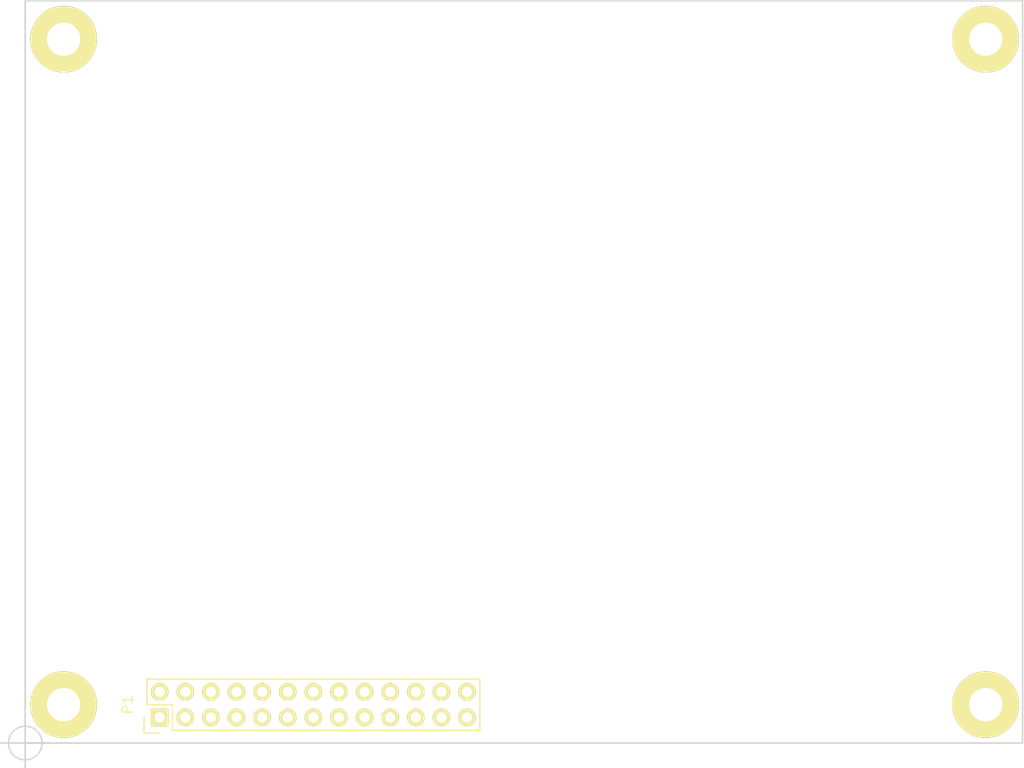
<source format=kicad_pcb>
(kicad_pcb (version 4) (host pcbnew "(2015-08-07 BZR 6071, Git 6018bb6)-product")

  (general
    (links 1)
    (no_connects 1)
    (area 96.444999 71.044999 195.502601 144.855001)
    (thickness 1.6)
    (drawings 5)
    (tracks 0)
    (zones 0)
    (modules 5)
    (nets 26)
  )

  (page A4)
  (layers
    (0 F.Cu signal)
    (31 B.Cu signal)
    (32 B.Adhes user)
    (33 F.Adhes user)
    (34 B.Paste user)
    (35 F.Paste user)
    (36 B.SilkS user)
    (37 F.SilkS user)
    (38 B.Mask user)
    (39 F.Mask user)
    (40 Dwgs.User user)
    (41 Cmts.User user)
    (42 Eco1.User user)
    (43 Eco2.User user)
    (44 Edge.Cuts user)
    (45 Margin user)
    (46 B.CrtYd user)
    (47 F.CrtYd user)
    (48 B.Fab user)
    (49 F.Fab user)
  )

  (setup
    (last_trace_width 0.25)
    (trace_clearance 0.2)
    (zone_clearance 0.508)
    (zone_45_only no)
    (trace_min 0.2)
    (segment_width 0.2)
    (edge_width 0.15)
    (via_size 0.6)
    (via_drill 0.4)
    (via_min_size 0.4)
    (via_min_drill 0.3)
    (uvia_size 0.3)
    (uvia_drill 0.1)
    (uvias_allowed no)
    (uvia_min_size 0.2)
    (uvia_min_drill 0.1)
    (pcb_text_width 0.3)
    (pcb_text_size 1.5 1.5)
    (mod_edge_width 0.15)
    (mod_text_size 1 1)
    (mod_text_width 0.15)
    (pad_size 3.302 3.302)
    (pad_drill 3.302)
    (pad_to_mask_clearance 0.0762)
    (aux_axis_origin 96.52 144.78)
    (grid_origin 96.52 144.78)
    (visible_elements FFFFFF7F)
    (pcbplotparams
      (layerselection 0x000fc_80000001)
      (usegerberextensions false)
      (excludeedgelayer true)
      (linewidth 0.100000)
      (plotframeref false)
      (viasonmask false)
      (mode 1)
      (useauxorigin false)
      (hpglpennumber 1)
      (hpglpenspeed 20)
      (hpglpendiameter 15)
      (hpglpenoverlay 2)
      (psnegative false)
      (psa4output false)
      (plotreference true)
      (plotvalue true)
      (plotinvisibletext false)
      (padsonsilk false)
      (subtractmaskfromsilk false)
      (outputformat 1)
      (mirror false)
      (drillshape 0)
      (scaleselection 1)
      (outputdirectory ""))
  )

  (net 0 "")
  (net 1 GND)
  (net 2 +5V)
  (net 3 +3V3)
  (net 4 GPIO_SPI_CS#)
  (net 5 GPIO_UART1_TXD)
  (net 6 GPIO_SPI_MISO)
  (net 7 GPIO_UART1_RXD)
  (net 8 GPIO_SPI_MOSI)
  (net 9 GPIO_UART1_CTS)
  (net 10 GPIO_SPI_CLK)
  (net 11 GPIO_UART1_RTS)
  (net 12 GPIO_I2C_SCL)
  (net 13 GPIO_I2S_CLK)
  (net 14 GPIO_I2C_SDA)
  (net 15 GPIO_I2S_FRM)
  (net 16 GPIO_UART2_TXD)
  (net 17 GPIO_I2S_DO)
  (net 18 GPIO_UART2_RXD)
  (net 19 GPIO_I2S_DI)
  (net 20 GPIO_S5_0)
  (net 21 GPIO_PWM0)
  (net 22 GPIO_S5_1)
  (net 23 GPIO_PWM1)
  (net 24 GPIO_S5_2)
  (net 25 I2SMCLK_GPIO)

  (net_class Default "This is the default net class."
    (clearance 0.2)
    (trace_width 0.25)
    (via_dia 0.6)
    (via_drill 0.4)
    (uvia_dia 0.3)
    (uvia_drill 0.1)
    (add_net +3V3)
    (add_net +5V)
    (add_net GND)
    (add_net GPIO_I2C_SCL)
    (add_net GPIO_I2C_SDA)
    (add_net GPIO_I2S_CLK)
    (add_net GPIO_I2S_DI)
    (add_net GPIO_I2S_DO)
    (add_net GPIO_I2S_FRM)
    (add_net GPIO_PWM0)
    (add_net GPIO_PWM1)
    (add_net GPIO_S5_0)
    (add_net GPIO_S5_1)
    (add_net GPIO_S5_2)
    (add_net GPIO_SPI_CLK)
    (add_net GPIO_SPI_CS#)
    (add_net GPIO_SPI_MISO)
    (add_net GPIO_SPI_MOSI)
    (add_net GPIO_UART1_CTS)
    (add_net GPIO_UART1_RTS)
    (add_net GPIO_UART1_RXD)
    (add_net GPIO_UART1_TXD)
    (add_net GPIO_UART2_RXD)
    (add_net GPIO_UART2_TXD)
    (add_net I2SMCLK_GPIO)
  )

  (module Pin_Headers:Pin_Header_Straight_2x13 (layer F.Cu) (tedit 576C9AA0) (tstamp 57710C62)
    (at 109.855 142.24 90)
    (descr "Through hole pin header")
    (tags "pin header")
    (path /576C994F)
    (fp_text reference P1 (at 1.27 -3.175 90) (layer F.SilkS)
      (effects (font (size 1 1) (thickness 0.15)))
    )
    (fp_text value CONN_02X13 (at 5.08 3.175 180) (layer F.Fab)
      (effects (font (size 1 1) (thickness 0.15)))
    )
    (fp_line (start -1.75 -1.75) (end -1.75 32.25) (layer F.CrtYd) (width 0.05))
    (fp_line (start 4.3 -1.75) (end 4.3 32.25) (layer F.CrtYd) (width 0.05))
    (fp_line (start -1.75 -1.75) (end 4.3 -1.75) (layer F.CrtYd) (width 0.05))
    (fp_line (start -1.75 32.25) (end 4.3 32.25) (layer F.CrtYd) (width 0.05))
    (fp_line (start 3.81 -1.27) (end 3.81 31.75) (layer F.SilkS) (width 0.15))
    (fp_line (start -1.27 1.27) (end -1.27 31.75) (layer F.SilkS) (width 0.15))
    (fp_line (start 3.81 31.75) (end -1.27 31.75) (layer F.SilkS) (width 0.15))
    (fp_line (start 3.81 -1.27) (end 1.27 -1.27) (layer F.SilkS) (width 0.15))
    (fp_line (start 0 -1.55) (end -1.55 -1.55) (layer F.SilkS) (width 0.15))
    (fp_line (start 1.27 -1.27) (end 1.27 1.27) (layer F.SilkS) (width 0.15))
    (fp_line (start 1.27 1.27) (end -1.27 1.27) (layer F.SilkS) (width 0.15))
    (fp_line (start -1.55 -1.55) (end -1.55 0) (layer F.SilkS) (width 0.15))
    (pad 1 thru_hole rect (at 0 0 90) (size 1.7272 1.7272) (drill 1.016) (layers *.Cu *.Mask F.SilkS)
      (net 1 GND))
    (pad 2 thru_hole oval (at 2.54 0 90) (size 1.7272 1.7272) (drill 1.016) (layers *.Cu *.Mask F.SilkS)
      (net 1 GND))
    (pad 3 thru_hole oval (at 0 2.54 90) (size 1.7272 1.7272) (drill 1.016) (layers *.Cu *.Mask F.SilkS)
      (net 2 +5V))
    (pad 4 thru_hole oval (at 2.54 2.54 90) (size 1.7272 1.7272) (drill 1.016) (layers *.Cu *.Mask F.SilkS)
      (net 3 +3V3))
    (pad 5 thru_hole oval (at 0 5.08 90) (size 1.7272 1.7272) (drill 1.016) (layers *.Cu *.Mask F.SilkS)
      (net 4 GPIO_SPI_CS#))
    (pad 6 thru_hole oval (at 2.54 5.08 90) (size 1.7272 1.7272) (drill 1.016) (layers *.Cu *.Mask F.SilkS)
      (net 5 GPIO_UART1_TXD))
    (pad 7 thru_hole oval (at 0 7.62 90) (size 1.7272 1.7272) (drill 1.016) (layers *.Cu *.Mask F.SilkS)
      (net 6 GPIO_SPI_MISO))
    (pad 8 thru_hole oval (at 2.54 7.62 90) (size 1.7272 1.7272) (drill 1.016) (layers *.Cu *.Mask F.SilkS)
      (net 7 GPIO_UART1_RXD))
    (pad 9 thru_hole oval (at 0 10.16 90) (size 1.7272 1.7272) (drill 1.016) (layers *.Cu *.Mask F.SilkS)
      (net 8 GPIO_SPI_MOSI))
    (pad 10 thru_hole oval (at 2.54 10.16 90) (size 1.7272 1.7272) (drill 1.016) (layers *.Cu *.Mask F.SilkS)
      (net 9 GPIO_UART1_CTS))
    (pad 11 thru_hole oval (at 0 12.7 90) (size 1.7272 1.7272) (drill 1.016) (layers *.Cu *.Mask F.SilkS)
      (net 10 GPIO_SPI_CLK))
    (pad 12 thru_hole oval (at 2.54 12.7 90) (size 1.7272 1.7272) (drill 1.016) (layers *.Cu *.Mask F.SilkS)
      (net 11 GPIO_UART1_RTS))
    (pad 13 thru_hole oval (at 0 15.24 90) (size 1.7272 1.7272) (drill 1.016) (layers *.Cu *.Mask F.SilkS)
      (net 12 GPIO_I2C_SCL))
    (pad 14 thru_hole oval (at 2.54 15.24 90) (size 1.7272 1.7272) (drill 1.016) (layers *.Cu *.Mask F.SilkS)
      (net 13 GPIO_I2S_CLK))
    (pad 15 thru_hole oval (at 0 17.78 90) (size 1.7272 1.7272) (drill 1.016) (layers *.Cu *.Mask F.SilkS)
      (net 14 GPIO_I2C_SDA))
    (pad 16 thru_hole oval (at 2.54 17.78 90) (size 1.7272 1.7272) (drill 1.016) (layers *.Cu *.Mask F.SilkS)
      (net 15 GPIO_I2S_FRM))
    (pad 17 thru_hole oval (at 0 20.32 90) (size 1.7272 1.7272) (drill 1.016) (layers *.Cu *.Mask F.SilkS)
      (net 16 GPIO_UART2_TXD))
    (pad 18 thru_hole oval (at 2.54 20.32 90) (size 1.7272 1.7272) (drill 1.016) (layers *.Cu *.Mask F.SilkS)
      (net 17 GPIO_I2S_DO))
    (pad 19 thru_hole oval (at 0 22.86 90) (size 1.7272 1.7272) (drill 1.016) (layers *.Cu *.Mask F.SilkS)
      (net 18 GPIO_UART2_RXD))
    (pad 20 thru_hole oval (at 2.54 22.86 90) (size 1.7272 1.7272) (drill 1.016) (layers *.Cu *.Mask F.SilkS)
      (net 19 GPIO_I2S_DI))
    (pad 21 thru_hole oval (at 0 25.4 90) (size 1.7272 1.7272) (drill 1.016) (layers *.Cu *.Mask F.SilkS)
      (net 20 GPIO_S5_0))
    (pad 22 thru_hole oval (at 2.54 25.4 90) (size 1.7272 1.7272) (drill 1.016) (layers *.Cu *.Mask F.SilkS)
      (net 21 GPIO_PWM0))
    (pad 23 thru_hole oval (at 0 27.94 90) (size 1.7272 1.7272) (drill 1.016) (layers *.Cu *.Mask F.SilkS)
      (net 22 GPIO_S5_1))
    (pad 24 thru_hole oval (at 2.54 27.94 90) (size 1.7272 1.7272) (drill 1.016) (layers *.Cu *.Mask F.SilkS)
      (net 23 GPIO_PWM1))
    (pad 25 thru_hole oval (at 0 30.48 90) (size 1.7272 1.7272) (drill 1.016) (layers *.Cu *.Mask F.SilkS)
      (net 24 GPIO_S5_2))
    (pad 26 thru_hole oval (at 2.54 30.48 90) (size 1.7272 1.7272) (drill 1.016) (layers *.Cu *.Mask F.SilkS)
      (net 25 I2SMCLK_GPIO))
    (model Pin_Headers.3dshapes/Pin_Header_Straight_2x13.wrl
      (at (xyz 0.05 -0.6 0))
      (scale (xyz 1 1 1))
      (rotate (xyz 0 0 90))
    )
  )

  (module minnowboard-ls-lure:Mount (layer F.Cu) (tedit 576DC0A6) (tstamp 576DB8B1)
    (at 100.33 140.97)
    (descr "module 1 pin (ou trou mecanique de percage)")
    (tags DEV)
    (fp_text reference REF** (at 0 -3.048) (layer F.SilkS) hide
      (effects (font (size 1 1) (thickness 0.15)))
    )
    (fp_text value Mount (at 0 2.794) (layer F.Fab) hide
      (effects (font (size 1 1) (thickness 0.15)))
    )
    (pad "" np_thru_hole circle (at 0 0) (size 6.604 6.604) (drill 3.302) (layers *.Cu *.Mask F.SilkS))
  )

  (module minnowboard-ls-lure:Mount (layer F.Cu) (tedit 576DC0A6) (tstamp 576DB8A5)
    (at 100.33 74.93)
    (descr "module 1 pin (ou trou mecanique de percage)")
    (tags DEV)
    (fp_text reference REF** (at 0 -3.048) (layer F.SilkS) hide
      (effects (font (size 1 1) (thickness 0.15)))
    )
    (fp_text value Mount (at 0 2.794) (layer F.Fab) hide
      (effects (font (size 1 1) (thickness 0.15)))
    )
    (pad "" np_thru_hole circle (at 0 0) (size 6.604 6.604) (drill 3.302) (layers *.Cu *.Mask F.SilkS))
  )

  (module minnowboard-ls-lure:Mount (layer F.Cu) (tedit 576DC0A6) (tstamp 576DB8BC)
    (at 191.77 74.93)
    (descr "module 1 pin (ou trou mecanique de percage)")
    (tags DEV)
    (fp_text reference REF** (at 0 -3.048) (layer F.SilkS) hide
      (effects (font (size 1 1) (thickness 0.15)))
    )
    (fp_text value Mount (at 0 2.794) (layer F.Fab) hide
      (effects (font (size 1 1) (thickness 0.15)))
    )
    (pad "" np_thru_hole circle (at 0 0) (size 6.604 6.604) (drill 3.302) (layers *.Cu *.Mask F.SilkS))
  )

  (module minnowboard-ls-lure:Mount (layer F.Cu) (tedit 576DC0A6) (tstamp 576DB8C7)
    (at 191.77 140.97)
    (descr "module 1 pin (ou trou mecanique de percage)")
    (tags DEV)
    (fp_text reference REF** (at 0 -3.048) (layer F.SilkS) hide
      (effects (font (size 1 1) (thickness 0.15)))
    )
    (fp_text value Mount (at 0 2.794) (layer F.Fab) hide
      (effects (font (size 1 1) (thickness 0.15)))
    )
    (pad "" np_thru_hole circle (at 0 0) (size 6.604 6.604) (drill 3.302) (layers *.Cu *.Mask F.SilkS))
  )

  (target plus (at 96.52 144.78) (size 5) (width 0.15) (layer Edge.Cuts))
  (gr_line (start 96.52 71.12) (end 96.52 144.78) (angle 90) (layer Edge.Cuts) (width 0.15))
  (gr_line (start 195.4276 71.12) (end 96.52 71.12) (angle 90) (layer Edge.Cuts) (width 0.15))
  (gr_line (start 195.4276 144.78) (end 195.4276 71.12) (angle 90) (layer Edge.Cuts) (width 0.15))
  (gr_line (start 96.52 144.78) (end 195.4276 144.78) (angle 90) (layer Edge.Cuts) (width 0.15))

  (zone (net 0) (net_name "") (layer B.Cu) (tstamp 57710D56) (hatch edge 0.508)
    (connect_pads (clearance 0.508))
    (min_thickness 0.254)
    (keepout (tracks not_allowed) (vias not_allowed) (copperpour allowed))
    (fill (arc_segments 16) (thermal_gap 0.508) (thermal_bridge_width 0.508))
    (polygon
      (pts
        (xy 115.57 109.855) (xy 96.52 109.855) (xy 96.52 90.805) (xy 115.57 90.805) (xy 115.57 109.855)
      )
    )
  )
  (zone (net 0) (net_name "") (layer B.Cu) (tstamp 57710D74) (hatch edge 0.508)
    (connect_pads (clearance 0.508))
    (min_thickness 0.254)
    (keepout (tracks not_allowed) (vias not_allowed) (copperpour allowed))
    (fill (arc_segments 16) (thermal_gap 0.508) (thermal_bridge_width 0.508))
    (polygon
      (pts
        (xy 195.58 109.855) (xy 176.53 109.855) (xy 176.53 90.805) (xy 195.58 90.805)
      )
    )
  )
)

</source>
